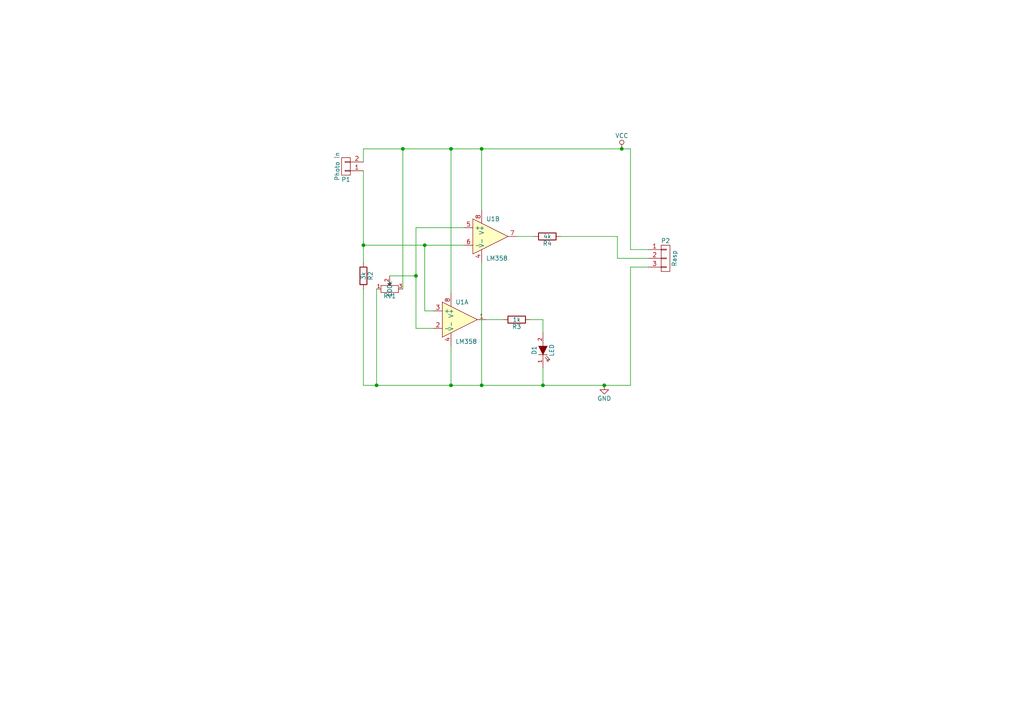
<source format=kicad_sch>
(kicad_sch (version 20210621) (generator eeschema)
  (paper "A4")
  (lib_symbols
    (symbol "EBusConv-rescue:CONN_01X02" (pin_names (offset 1.016) hide)
      (property "Reference" "P" (at 0 3.81 0))
      (property "Value" "CONN_01X02" (at 2.54 0 90))
      (symbol "CONN_01X02_0_1"
        (rectangle (start -1.27 -1.143) (end 0.254 -1.397))
        (rectangle (start -1.27 1.397) (end 0.254 1.143))
        (rectangle (start -1.27 2.54) (end 1.27 -2.54))
      )
      (symbol "CONN_01X02_1_1"
        (pin passive line (at -5.08 1.27 0) (length 3.81) (name "P1") (number "1"))
        (pin passive line (at -5.08 -1.27 0) (length 3.81) (name "P2") (number "2"))
      )
    )
    (symbol "EBusConv-rescue:CONN_01X03" (pin_names (offset 1.016) hide)
      (property "Reference" "P" (at 0 5.08 0))
      (property "Value" "CONN_01X03" (at 2.54 0 90))
      (symbol "CONN_01X03_0_1"
        (rectangle (start -1.27 -2.413) (end 0.254 -2.667))
        (rectangle (start -1.27 0.127) (end 0.254 -0.127))
        (rectangle (start -1.27 2.667) (end 0.254 2.413))
        (rectangle (start -1.27 3.81) (end 1.27 -3.81))
      )
      (symbol "CONN_01X03_1_1"
        (pin passive line (at -5.08 2.54 0) (length 3.81) (name "P1") (number "1"))
        (pin passive line (at -5.08 0 0) (length 3.81) (name "P2") (number "2"))
        (pin passive line (at -5.08 -2.54 0) (length 3.81) (name "P3") (number "3"))
      )
    )
    (symbol "EBusConv-rescue:GND" (power) (pin_names (offset 0))
      (property "Value" "GND" (at 0 -3.81 0))
      (symbol "GND_0_1"
        (polyline (pts (xy 0 0) (xy 0 -1.27) (xy 1.27 -1.27) (xy 0 -2.54) (xy -1.27 -1.27) (xy 0 -1.27)))
      )
      (symbol "GND_1_1"
        (pin power_in line (at 0 0 270) (length 0) hide (name "GND") (number "1"))
      )
    )
    (symbol "EBusConv-rescue:LED" (pin_names (offset 1.016) hide)
      (property "Reference" "D" (at 0 2.54 0))
      (property "Value" "LED" (at 0 -2.54 0))
      (symbol "LED_0_1"
        (polyline (pts (xy -1.27 1.27) (xy -1.27 -1.27)))
        (polyline (pts (xy -2.032 -0.635) (xy -3.175 -1.651) (xy -3.048 -1.016)))
        (polyline (pts (xy -1.651 -1.016) (xy -2.794 -2.032) (xy -2.667 -1.397)))
        (polyline (pts (xy 1.27 1.27) (xy -1.27 0) (xy 1.27 -1.27)) (fill (type outline)))
      )
      (symbol "LED_1_1"
        (pin passive line (at -5.08 0 0) (length 3.81) (name "K") (number "1"))
        (pin passive line (at 5.08 0 180) (length 3.81) (name "A") (number "2"))
      )
    )
    (symbol "EBusConv-rescue:LM358"
      (property "Reference" "U" (at -1.27 5.08 0))
      (property "Value" "LM358" (at -1.27 -6.35 0))
      (symbol "LM358_0_1"
        (polyline (pts (xy -5.08 5.08) (xy 5.08 0) (xy -5.08 -5.08) (xy -5.08 5.08)) (stroke (width 0.1524)) (fill (type background)))
        (pin power_in line (at -2.54 -7.62 90) (length 3.81) (name "V-") (number "4"))
        (pin power_in line (at -2.54 7.62 270) (length 3.81) (name "V+") (number "8"))
      )
      (symbol "LM358_1_1"
        (pin output line (at 7.62 0 180) (length 2.54) (name "~") (number "1"))
        (pin input line (at -7.62 -2.54 0) (length 2.54) (name "-") (number "2"))
        (pin input line (at -7.62 2.54 0) (length 2.54) (name "+") (number "3"))
      )
      (symbol "LM358_2_1"
        (pin input line (at -7.62 2.54 0) (length 2.54) (name "+") (number "5"))
        (pin input line (at -7.62 -2.54 0) (length 2.54) (name "-") (number "6"))
        (pin output line (at 7.62 0 180) (length 2.54) (name "~") (number "7"))
      )
    )
    (symbol "EBusConv-rescue:POT" (pin_names (offset 1.016) hide)
      (property "Reference" "RV" (at 0 -2.032 0))
      (property "Value" "POT" (at 0 0 0))
      (symbol "POT_0_1"
        (rectangle (start -2.54 1.016) (end 2.54 -1.016))
        (polyline (pts (xy 0 1.016) (xy -0.508 1.524) (xy 0.508 1.524)) (fill (type outline)))
      )
      (symbol "POT_1_1"
        (pin passive line (at -3.81 0 0) (length 1.27) (name "1") (number "1"))
        (pin passive line (at 0 3.81 270) (length 2.54) (name "2") (number "2"))
        (pin passive line (at 3.81 0 180) (length 1.27) (name "3") (number "3"))
      )
    )
    (symbol "EBusConv-rescue:R" (pin_numbers hide) (pin_names (offset 0))
      (property "Reference" "R" (at 2.032 0 90))
      (property "Value" "R" (at 0 0 90))
      (symbol "R_0_1"
        (rectangle (start -1.016 -2.54) (end 1.016 2.54) (stroke (width 0.254)))
      )
      (symbol "R_1_1"
        (pin passive line (at 0 3.81 270) (length 1.27) (name "~") (number "1"))
        (pin passive line (at 0 -3.81 90) (length 1.27) (name "~") (number "2"))
      )
    )
    (symbol "EBusConv-rescue:VCC" (power) (pin_names (offset 0))
      (property "Value" "VCC" (at 0 3.81 0))
      (symbol "VCC_0_1"
        (polyline (pts (xy 0 0) (xy 0 1.27)))
        (circle (center 0 1.905) (radius 0.635))
      )
      (symbol "VCC_1_1"
        (pin power_in line (at 0 0 90) (length 0) hide (name "VCC") (number "1"))
      )
    )
  )
  (junction (at 139.7 43.18))
  (junction (at 109.22 111.76))
  (junction (at 139.7 111.76))
  (junction (at 180.34 43.18))
  (junction (at 116.84 43.18))
  (junction (at 130.81 111.76))
  (junction (at 130.81 43.18))
  (junction (at 105.41 71.12))
  (junction (at 175.26 111.76))
  (junction (at 120.65 80.01))
  (junction (at 123.19 71.12))
  (junction (at 157.48 111.76))
  (wire (pts (xy 179.07 68.58) (xy 179.07 74.93)))
  (wire (pts (xy 116.84 43.18) (xy 116.84 83.82)))
  (wire (pts (xy 182.88 43.18) (xy 182.88 72.39)))
  (wire (pts (xy 130.81 85.09) (xy 130.81 43.18)))
  (wire (pts (xy 157.48 92.71) (xy 157.48 96.52)))
  (wire (pts (xy 139.7 43.18) (xy 139.7 60.96)))
  (wire (pts (xy 105.41 71.12) (xy 105.41 76.2)))
  (wire (pts (xy 105.41 49.53) (xy 105.41 71.12)))
  (wire (pts (xy 120.65 66.04) (xy 134.62 66.04)))
  (wire (pts (xy 157.48 111.76) (xy 157.48 106.68)))
  (wire (pts (xy 140.97 92.71) (xy 146.05 92.71)))
  (wire (pts (xy 139.7 111.76) (xy 139.7 76.2)))
  (wire (pts (xy 105.41 46.99) (xy 105.41 43.18)))
  (wire (pts (xy 116.84 43.18) (xy 130.81 43.18)))
  (wire (pts (xy 105.41 43.18) (xy 116.84 43.18)))
  (wire (pts (xy 120.65 95.25) (xy 125.73 95.25)))
  (wire (pts (xy 123.19 71.12) (xy 123.19 90.17)))
  (wire (pts (xy 180.34 43.18) (xy 182.88 43.18)))
  (wire (pts (xy 130.81 43.18) (xy 139.7 43.18)))
  (wire (pts (xy 139.7 43.18) (xy 180.34 43.18)))
  (wire (pts (xy 125.73 90.17) (xy 123.19 90.17)))
  (wire (pts (xy 162.56 68.58) (xy 179.07 68.58)))
  (wire (pts (xy 105.41 111.76) (xy 105.41 83.82)))
  (wire (pts (xy 182.88 72.39) (xy 187.96 72.39)))
  (wire (pts (xy 182.88 77.47) (xy 187.96 77.47)))
  (wire (pts (xy 109.22 83.82) (xy 109.22 111.76)))
  (wire (pts (xy 105.41 71.12) (xy 123.19 71.12)))
  (wire (pts (xy 123.19 71.12) (xy 134.62 71.12)))
  (wire (pts (xy 130.81 111.76) (xy 130.81 100.33)))
  (wire (pts (xy 120.65 66.04) (xy 120.65 80.01)))
  (wire (pts (xy 120.65 80.01) (xy 120.65 95.25)))
  (wire (pts (xy 109.22 111.76) (xy 130.81 111.76)))
  (wire (pts (xy 105.41 111.76) (xy 109.22 111.76)))
  (wire (pts (xy 157.48 111.76) (xy 175.26 111.76)))
  (wire (pts (xy 139.7 111.76) (xy 157.48 111.76)))
  (wire (pts (xy 130.81 111.76) (xy 139.7 111.76)))
  (wire (pts (xy 175.26 111.76) (xy 182.88 111.76)))
  (wire (pts (xy 154.94 68.58) (xy 149.86 68.58)))
  (wire (pts (xy 113.03 80.01) (xy 120.65 80.01)))
  (wire (pts (xy 182.88 111.76) (xy 182.88 77.47)))
  (wire (pts (xy 153.67 92.71) (xy 157.48 92.71)))
  (wire (pts (xy 179.07 74.93) (xy 187.96 74.93)))
  (symbol (lib_id "EBusConv-rescue:LM358") (at 142.24 68.58 0) (unit 2)
    (property "Reference" "U1" (at 140.97 63.5 0) (effects (justify left)))
    (property "Value" "LM358" (at 140.97 74.93 0) (effects (justify left)))
    (property "Footprint" "Housings_DIP:DIP-8_W7.62mm" (effects hide))
  )
  (symbol (lib_id "EBusConv-rescue:LM358") (at 133.35 92.71 0) (unit 1)
    (property "Reference" "U1" (at 132.08 87.63 0) (effects (justify left)))
    (property "Value" "LM358" (at 132.08 99.06 0) (effects (justify left)))
    (property "Footprint" "Housings_DIP:DIP-8_W7.62mm" (effects hide))
  )
  (symbol (lib_id "EBusConv-rescue:R") (at 105.41 80.01 0) (unit 1)
    (property "Reference" "R2" (at 107.442 80.01 90))
    (property "Value" "3k" (at 105.41 80.01 90))
    (property "Footprint" "Resistors_ThroughHole:Resistor_Horizontal_RM10mm" (effects hide))
  )
  (symbol (lib_id "EBusConv-rescue:POT") (at 113.03 83.82 0) (unit 1)
    (property "Reference" "RV1" (at 113.03 85.852 0))
    (property "Value" "100k" (at 113.03 83.82 90))
    (property "Footprint" "Potentiometers:Potentiometer_Trimmer-Piher_PT15-V15_horizontal" (effects hide))
  )
  (symbol (lib_id "EBusConv-rescue:LED") (at 157.48 101.6 90) (unit 1)
    (property "Reference" "D1" (at 154.94 101.6 0))
    (property "Value" "LED" (at 160.02 101.6 0))
    (property "Footprint" "LEDs:LED-5MM" (effects hide))
  )
  (symbol (lib_id "EBusConv-rescue:R") (at 149.86 92.71 270) (unit 1)
    (property "Reference" "R3" (at 149.86 94.742 90))
    (property "Value" "1k" (at 149.86 92.71 90))
    (property "Footprint" "Resistors_ThroughHole:Resistor_Horizontal_RM10mm" (effects hide))
  )
  (symbol (lib_id "EBusConv-rescue:R") (at 158.75 68.58 270) (unit 1)
    (property "Reference" "R4" (at 158.75 70.612 90))
    (property "Value" "4k" (at 158.75 68.58 90))
    (property "Footprint" "Resistors_ThroughHole:Resistor_Horizontal_RM10mm" (effects hide))
  )
  (symbol (lib_id "EBusConv-rescue:VCC") (at 180.34 43.18 0) (unit 1)
    (property "Reference" "#PWR01" (effects hide))
    (property "Value" "VCC" (at 180.34 39.37 0))
  )
  (symbol (lib_id "EBusConv-rescue:GND") (at 175.26 111.76 0) (unit 1)
    (property "Reference" "#PWR02" (effects hide))
    (property "Value" "GND" (at 175.26 115.57 0))
  )
  (symbol (lib_id "EBusConv-rescue:CONN_01X02") (at 100.33 48.26 180) (unit 1)
    (property "Reference" "P1" (at 100.33 52.07 0))
    (property "Value" "Photo in" (at 97.79 48.26 90))
    (property "Footprint" "Pin_Headers:Pin_Header_Straight_1x02" (effects hide))
  )
  (symbol (lib_id "EBusConv-rescue:CONN_01X03") (at 193.04 74.93 0) (unit 1)
    (property "Reference" "P2" (at 193.04 69.85 0))
    (property "Value" "Rasp" (at 195.58 74.93 90))
    (property "Footprint" "Socket_Strips:Socket_Strip_Straight_1x03" (effects hide))
  )
)
</source>
